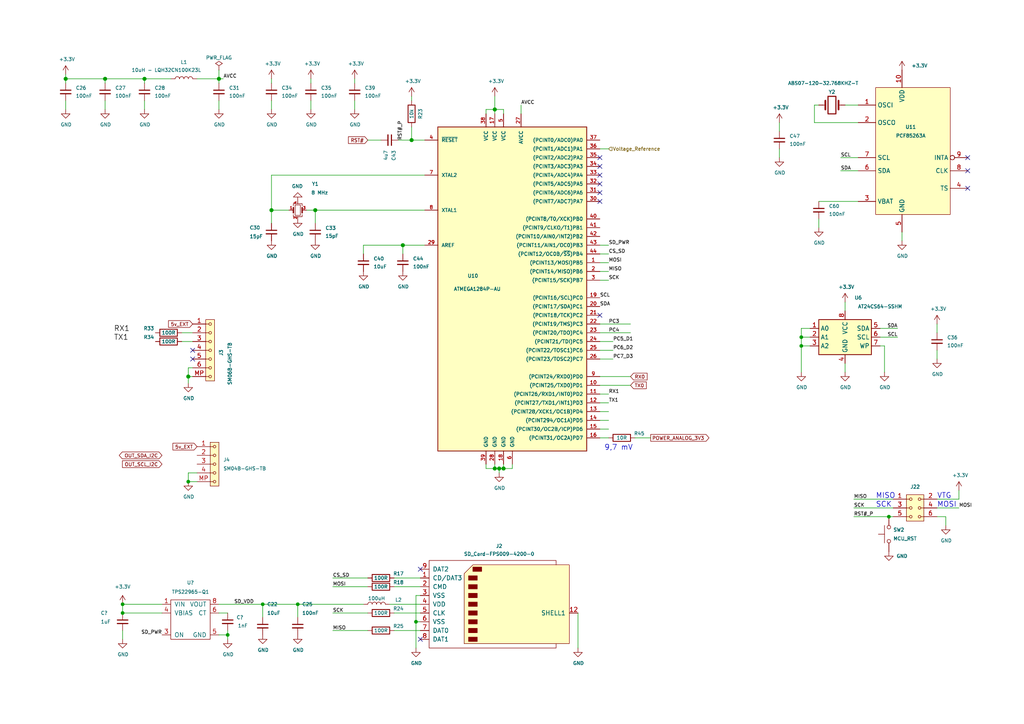
<source format=kicad_sch>
(kicad_sch (version 20230121) (generator eeschema)
  (paper "A4")
  (junction (at 144.78 135.89) (diameter 1.016))
  (junction (at 143.51 31.75) (diameter 1.016))
  (junction (at 86.36 175.26))
  (junction (at 76.2 175.26))
  (junction (at 116.84 71.12) (diameter 1.016))
  (junction (at 54.61 139.7))
  (junction (at 35.56 177.8))
  (junction (at 19.05 22.86) (diameter 1.016))
  (junction (at 91.44 60.96) (diameter 1.016))
  (junction (at 120.65 180.34))
  (junction (at 119.38 40.64) (diameter 1.016))
  (junction (at 257.81 149.86))
  (junction (at 66.04 184.15))
  (junction (at 78.74 60.96) (diameter 1.016))
  (junction (at 35.56 175.26))
  (junction (at 54.61 109.22) (diameter 1.016))
  (junction (at 63.5 22.86) (diameter 1.016))
  (junction (at 232.41 97.79))
  (junction (at 143.51 135.89) (diameter 1.016))
  (junction (at 146.05 135.89) (diameter 1.016))
  (junction (at 41.91 22.86) (diameter 1.016))
  (junction (at 30.48 22.86) (diameter 1.016))
  (junction (at 232.41 100.33))
  (no_connect (at 55.88 104.14))
  (no_connect (at 280.67 45.72))
  (no_connect (at 121.92 165.1))
  (no_connect (at 280.67 49.53))
  (no_connect (at 173.99 53.34))
  (no_connect (at 173.99 91.44))
  (no_connect (at 280.67 54.61))
  (no_connect (at 55.88 101.6))
  (no_connect (at 173.99 55.88))
  (no_connect (at 121.92 185.42))
  (no_connect (at 173.99 50.8))
  (no_connect (at 173.99 45.72))
  (no_connect (at 173.99 48.26))
  (no_connect (at 173.99 58.42))
  (wire (pts (xy 19.05 31.75) (xy 19.05 29.21)))
  (wire (pts (xy 66.04 184.15) (xy 66.04 185.42)))
  (wire (pts (xy 173.99 109.22) (xy 182.88 109.22)))
  (wire (pts (xy 114.3 177.8) (xy 121.92 177.8)))
  (wire (pts (xy 78.74 60.96) (xy 78.74 64.77)))
  (wire (pts (xy 78.74 60.96) (xy 83.82 60.96)))
  (wire (pts (xy 55.88 106.68) (xy 54.61 106.68)))
  (wire (pts (xy 63.5 175.26) (xy 76.2 175.26)))
  (wire (pts (xy 173.99 124.46) (xy 176.53 124.46)))
  (wire (pts (xy 78.74 31.75) (xy 78.74 29.21)))
  (wire (pts (xy 54.61 106.68) (xy 54.61 109.22)))
  (wire (pts (xy 119.38 40.64) (xy 123.19 40.64)))
  (wire (pts (xy 173.99 111.76) (xy 182.88 111.76)))
  (wire (pts (xy 119.38 36.83) (xy 119.38 40.64)))
  (wire (pts (xy 41.91 24.13) (xy 41.91 22.86)))
  (wire (pts (xy 140.97 33.02) (xy 140.97 31.75)))
  (wire (pts (xy 173.99 104.14) (xy 177.8 104.14)))
  (wire (pts (xy 232.41 100.33) (xy 232.41 107.95)))
  (wire (pts (xy 173.99 73.66) (xy 176.53 73.66)))
  (wire (pts (xy 76.2 175.26) (xy 86.36 175.26)))
  (wire (pts (xy 35.56 185.42) (xy 35.56 182.88)))
  (wire (pts (xy 63.5 22.86) (xy 63.5 24.13)))
  (wire (pts (xy 248.92 45.72) (xy 243.84 45.72)))
  (wire (pts (xy 19.05 24.13) (xy 19.05 22.86)))
  (wire (pts (xy 245.11 105.41) (xy 245.11 107.95)))
  (wire (pts (xy 106.68 40.64) (xy 110.49 40.64)))
  (wire (pts (xy 88.9 60.96) (xy 91.44 60.96)))
  (wire (pts (xy 90.17 22.86) (xy 90.17 24.13)))
  (wire (pts (xy 257.81 149.86) (xy 259.08 149.86)))
  (wire (pts (xy 247.65 144.78) (xy 259.08 144.78)))
  (wire (pts (xy 146.05 135.89) (xy 148.59 135.89)))
  (wire (pts (xy 234.95 97.79) (xy 232.41 97.79)))
  (wire (pts (xy 78.74 50.8) (xy 123.19 50.8)))
  (wire (pts (xy 243.84 49.53) (xy 248.92 49.53)))
  (wire (pts (xy 226.06 43.18) (xy 226.06 45.72)))
  (wire (pts (xy 121.92 167.64) (xy 114.3 167.64)))
  (wire (pts (xy 143.51 31.75) (xy 146.05 31.75)))
  (wire (pts (xy 278.13 144.78) (xy 278.13 142.24)))
  (wire (pts (xy 63.5 20.32) (xy 63.5 22.86)))
  (wire (pts (xy 54.61 137.16) (xy 54.61 139.7)))
  (wire (pts (xy 55.88 109.22) (xy 54.61 109.22)))
  (wire (pts (xy 261.62 69.85) (xy 261.62 67.31)))
  (wire (pts (xy 173.99 114.3) (xy 176.53 114.3)))
  (wire (pts (xy 90.17 31.75) (xy 90.17 29.21)))
  (wire (pts (xy 140.97 31.75) (xy 143.51 31.75)))
  (wire (pts (xy 255.27 100.33) (xy 256.54 100.33)))
  (wire (pts (xy 63.5 31.75) (xy 63.5 29.21)))
  (wire (pts (xy 173.99 81.28) (xy 176.53 81.28)))
  (wire (pts (xy 234.95 100.33) (xy 232.41 100.33)))
  (wire (pts (xy 116.84 71.12) (xy 123.19 71.12)))
  (wire (pts (xy 121.92 182.88) (xy 114.3 182.88)))
  (wire (pts (xy 173.99 127) (xy 176.53 127)))
  (wire (pts (xy 116.84 73.66) (xy 116.84 71.12)))
  (wire (pts (xy 237.49 63.5) (xy 237.49 66.04)))
  (wire (pts (xy 274.32 149.86) (xy 274.32 152.4)))
  (wire (pts (xy 176.53 116.84) (xy 173.99 116.84)))
  (wire (pts (xy 63.5 177.8) (xy 66.04 177.8)))
  (wire (pts (xy 148.59 135.89) (xy 148.59 134.62)))
  (wire (pts (xy 121.92 180.34) (xy 120.65 180.34)))
  (wire (pts (xy 237.49 30.48) (xy 236.22 30.48)))
  (wire (pts (xy 35.56 175.26) (xy 35.56 177.8)))
  (wire (pts (xy 236.22 30.48) (xy 236.22 35.56)))
  (wire (pts (xy 113.03 175.26) (xy 121.92 175.26)))
  (wire (pts (xy 54.61 137.16) (xy 57.15 137.16)))
  (wire (pts (xy 248.92 30.48) (xy 245.11 30.48)))
  (wire (pts (xy 255.27 95.25) (xy 260.35 95.25)))
  (wire (pts (xy 30.48 31.75) (xy 30.48 29.21)))
  (wire (pts (xy 102.87 22.86) (xy 102.87 24.13)))
  (wire (pts (xy 96.52 182.88) (xy 106.68 182.88)))
  (wire (pts (xy 76.2 179.07) (xy 76.2 175.26)))
  (wire (pts (xy 247.65 147.32) (xy 259.08 147.32)))
  (wire (pts (xy 120.65 172.72) (xy 120.65 180.34)))
  (wire (pts (xy 86.36 175.26) (xy 86.36 179.07)))
  (wire (pts (xy 167.64 177.8) (xy 167.64 187.96)))
  (wire (pts (xy 173.99 93.98) (xy 182.88 93.98)))
  (wire (pts (xy 232.41 95.25) (xy 234.95 95.25)))
  (wire (pts (xy 173.99 101.6) (xy 177.8 101.6)))
  (wire (pts (xy 143.51 134.62) (xy 143.51 135.89)))
  (wire (pts (xy 173.99 76.2) (xy 176.53 76.2)))
  (wire (pts (xy 52.705 96.52) (xy 55.88 96.52)))
  (wire (pts (xy 232.41 97.79) (xy 232.41 95.25)))
  (wire (pts (xy 115.57 40.64) (xy 119.38 40.64)))
  (wire (pts (xy 19.05 22.86) (xy 19.05 21.59)))
  (wire (pts (xy 96.52 170.18) (xy 106.68 170.18)))
  (wire (pts (xy 66.04 182.88) (xy 66.04 184.15)))
  (wire (pts (xy 96.52 167.64) (xy 106.68 167.64)))
  (wire (pts (xy 143.51 33.02) (xy 143.51 31.75)))
  (wire (pts (xy 256.54 100.33) (xy 256.54 107.95)))
  (wire (pts (xy 41.91 31.75) (xy 41.91 29.21)))
  (wire (pts (xy 140.97 135.89) (xy 143.51 135.89)))
  (wire (pts (xy 173.99 71.12) (xy 176.53 71.12)))
  (wire (pts (xy 271.78 93.98) (xy 271.78 96.52)))
  (wire (pts (xy 114.3 170.18) (xy 121.92 170.18)))
  (wire (pts (xy 247.65 149.86) (xy 257.81 149.86)))
  (wire (pts (xy 232.41 97.79) (xy 232.41 100.33)))
  (wire (pts (xy 78.74 22.86) (xy 78.74 24.13)))
  (wire (pts (xy 236.22 35.56) (xy 248.92 35.56)))
  (wire (pts (xy 64.77 22.86) (xy 63.5 22.86)))
  (wire (pts (xy 144.78 137.16) (xy 144.78 135.89)))
  (wire (pts (xy 184.15 127) (xy 188.722 127)))
  (wire (pts (xy 271.78 101.6) (xy 271.78 104.14)))
  (wire (pts (xy 176.53 119.38) (xy 173.99 119.38)))
  (wire (pts (xy 54.61 109.22) (xy 54.61 111.125)))
  (wire (pts (xy 143.51 31.75) (xy 143.51 27.94)))
  (wire (pts (xy 119.38 29.21) (xy 119.38 27.94)))
  (wire (pts (xy 96.52 177.8) (xy 106.68 177.8)))
  (wire (pts (xy 30.48 22.86) (xy 41.91 22.86)))
  (wire (pts (xy 146.05 31.75) (xy 146.05 33.02)))
  (wire (pts (xy 173.99 121.92) (xy 176.53 121.92)))
  (wire (pts (xy 105.41 71.12) (xy 105.41 73.66)))
  (wire (pts (xy 144.78 135.89) (xy 146.05 135.89)))
  (wire (pts (xy 52.705 99.06) (xy 55.88 99.06)))
  (wire (pts (xy 237.49 58.42) (xy 248.92 58.42)))
  (wire (pts (xy 78.74 50.8) (xy 78.74 60.96)))
  (wire (pts (xy 91.44 60.96) (xy 91.44 64.77)))
  (wire (pts (xy 255.27 97.79) (xy 260.35 97.79)))
  (wire (pts (xy 271.78 144.78) (xy 278.13 144.78)))
  (wire (pts (xy 271.78 149.86) (xy 274.32 149.86)))
  (wire (pts (xy 143.51 135.89) (xy 144.78 135.89)))
  (wire (pts (xy 91.44 60.96) (xy 123.19 60.96)))
  (wire (pts (xy 35.56 175.26) (xy 46.99 175.26)))
  (wire (pts (xy 173.99 78.74) (xy 176.53 78.74)))
  (wire (pts (xy 173.99 96.52) (xy 182.88 96.52)))
  (wire (pts (xy 146.05 134.62) (xy 146.05 135.89)))
  (wire (pts (xy 271.78 147.32) (xy 278.13 147.32)))
  (wire (pts (xy 105.41 71.12) (xy 116.84 71.12)))
  (wire (pts (xy 120.65 180.34) (xy 120.65 187.96)))
  (wire (pts (xy 57.15 22.86) (xy 63.5 22.86)))
  (wire (pts (xy 140.97 134.62) (xy 140.97 135.89)))
  (wire (pts (xy 173.99 43.18) (xy 176.53 43.18)))
  (wire (pts (xy 35.56 177.8) (xy 46.99 177.8)))
  (wire (pts (xy 121.92 172.72) (xy 120.65 172.72)))
  (wire (pts (xy 173.99 99.06) (xy 177.8 99.06)))
  (wire (pts (xy 41.91 22.86) (xy 49.53 22.86)))
  (wire (pts (xy 151.13 33.02) (xy 151.13 30.48)))
  (wire (pts (xy 30.48 24.13) (xy 30.48 22.86)))
  (wire (pts (xy 19.05 22.86) (xy 30.48 22.86)))
  (wire (pts (xy 245.11 87.63) (xy 245.11 90.17)))
  (wire (pts (xy 54.61 139.7) (xy 57.15 139.7)))
  (wire (pts (xy 63.5 184.15) (xy 66.04 184.15)))
  (wire (pts (xy 102.87 31.75) (xy 102.87 29.21)))
  (wire (pts (xy 86.36 175.26) (xy 105.41 175.26)))
  (wire (pts (xy 226.06 35.56) (xy 226.06 38.1)))
  (text "MISO" (at 254 144.78 0) (effects (font (size 1.524 1.524)) (justify left bottom)))
  (text "9,7 mV" (at 175.26 130.81 0) (effects (font (size 1.524 1.524)) (justify left bottom)))
  (text "VTG" (at 271.78 144.78 0) (effects (font (size 1.524 1.524)) (justify left bottom)))
  (text "MOSI" (at 271.78 147.32 0) (effects (font (size 1.524 1.524)) (justify left bottom)))
  (text "SCK" (at 254 147.32 0) (effects (font (size 1.524 1.524)) (justify left bottom)))
  (label "SDA" (at 243.84 49.53 0) (effects (font (size 1 1))))
  (label "SCL" (at 173.99 86.36 0) (effects (font (size 1 1))))
  (label "PC5_D1" (at 177.8 99.06 0) (effects (font (size 1 1))))
  (label "MISO" (at 247.65 144.78 0) (effects (font (size 1 1))))
  (label "SCK" (at 96.52 177.8 0) (effects (font (size 1 1))))
  (label "MOSI" (at 278.13 147.32 0) (effects (font (size 1 1))))
  (label "CS_SD" (at 176.53 73.66 0) (effects (font (size 1 1))))
  (label "PC6_D2" (at 177.8 101.6 0) (effects (font (size 1 1))))
  (label "SD_VDD" (at 73.66 175.26 180) (effects (font (size 1 1))))
  (label "AVCC" (at 64.77 22.86 0) (effects (font (size 1 1))))
  (label "SD_PWR" (at 46.99 184.15 180) (effects (font (size 1 1))))
  (label "RST#_P" (at 247.65 149.86 0) (effects (font (size 1 1))))
  (label "AVCC" (at 151.13 30.48 0) (effects (font (size 1 1))))
  (label "CS_SD" (at 96.52 167.64 0) (effects (font (size 1 1))))
  (label "MISO" (at 176.53 78.74 0) (effects (font (size 1 1))))
  (label "MOSI" (at 96.52 170.18 0) (effects (font (size 1 1))))
  (label "SCK" (at 247.65 147.32 0) (effects (font (size 1 1))))
  (label "PC4" (at 176.53 96.52 0) (effects (font (size 1 1))))
  (label "SDA" (at 173.99 88.9 0) (effects (font (size 1 1))))
  (label "MISO" (at 96.52 182.88 0) (effects (font (size 1 1))))
  (label "MOSI" (at 176.53 76.2 0) (effects (font (size 1 1))))
  (label "SCL" (at 243.84 45.72 0) (effects (font (size 1 1))))
  (label "PC7_D3" (at 177.8 104.14 0) (effects (font (size 1 1))))
  (label "SCL" (at 260.35 97.79 180) (effects (font (size 1 1))))
  (label "TX1" (at 176.53 116.84 0) (effects (font (size 1 1))))
  (label "RX1" (at 33.02 96.52 0) (effects (font (size 1.524 1.524))))
  (label "SDA" (at 260.35 95.25 180) (effects (font (size 1 1))))
  (label "PC3" (at 176.53 93.98 0) (effects (font (size 1 1))))
  (label "RST#_P" (at 116.84 40.64 90) (effects (font (size 1 1))))
  (label "RX1" (at 176.53 114.3 0) (effects (font (size 1 1))))
  (label "TX1" (at 33.02 99.06 0) (effects (font (size 1.524 1.524))))
  (label "SD_PWR" (at 176.53 71.12 0) (effects (font (size 1 1))))
  (label "SCK" (at 176.53 81.28 0) (effects (font (size 1 1))))
  (global_label "5v_EXT" (shape input) (at 55.88 93.98 180) (effects (font (size 1 1))) (property "Intersheetrefs" "${INTERSHEET_REFS}" (effects hide)))
  (global_label "POWER_ANALOG_3V3" (shape output) (at 188.722 127 0) (effects (font (size 1 1))) (property "Intersheetrefs" "${INTERSHEET_REFS}" (effects hide)))
  (global_label "RX0" (shape input) (at 182.88 109.22 0) (effects (font (size 1 1))) (property "Intersheetrefs" "${INTERSHEET_REFS}" (effects hide)))
  (global_label "TX0" (shape input) (at 182.88 111.76 0) (effects (font (size 1 1))) (property "Intersheetrefs" "${INTERSHEET_REFS}" (effects hide)))
  (global_label "RST#" (shape input) (at 106.68 40.64 180) (effects (font (size 1 1))) (property "Intersheetrefs" "${INTERSHEET_REFS}" (effects hide)))
  (global_label "5v_EXT" (shape input) (at 57.15 129.54 180) (effects (font (size 1 1))) (property "Intersheetrefs" "${INTERSHEET_REFS}" (effects hide)))
  (global_label "OUT_SDA_I2C" (shape bidirectional) (at 46.99 132.08 180) (effects (font (size 1 1))) (property "Intersheetrefs" "${INTERSHEET_REFS}" (effects hide)))
  (global_label "OUT_SCL_I2C" (shape input) (at 46.99 134.62 180) (effects (font (size 1 1))) (property "Intersheetrefs" "${INTERSHEET_REFS}" (effects hide)))
  (hierarchical_label "Voltage_Reference" (shape input) (at 176.53 43.18 0) (effects (font (size 1 1))))
  (symbol (lib_id "Device:C_Small") (at 66.04 180.34 0) (unit 1)
    (property "Reference" "C?" (at 68.58 179.07 0) (effects (font (size 1 1)) (justify left)))
    (property "Value" "1nF" (at 68.961 181.483 0) (effects (font (size 1 1)) (justify left)))
    (property "Footprint" "Capacitor_SMD:C_0805_2012Metric" (effects hide))
    (property "UST_ID" "5c70984712875079b91f8b45" (effects hide))
    (instances (project "Peripherals" (path "" (reference "C?") (unit 1))) (project "LION5CELL01" (path "" (reference "C27") (unit 1)) (path "" (reference "C32") (unit 1))) (project "DATALOGGER02" (path "" (reference "C?") (unit 1))))
  )
  (symbol (lib_id "Device:C_Small") (at 30.48 26.67 0) (unit 1)
    (property "Reference" "C27" (at 33.401 25.5016 0) (effects (font (size 1 1)) (justify left)))
    (property "Value" "100nF" (at 33.401 27.813 0) (effects (font (size 1 1)) (justify left)))
    (property "Footprint" "Capacitor_SMD:C_0805_2012Metric" (effects hide))
    (instances (project "USTSIPIN02A" (path "" (reference "C27") (unit 1))) (project "cpu" (path "" (reference "C27") (unit 1))) (project "LION5CELL01" (path "" (reference "C28") (unit 1))))
  )
  (symbol (lib_id "power:GND") (at 226.06 45.72 0) (unit 1)
    (property "Reference" "#PWR0134" (effects hide))
    (property "Value" "GND" (at 226.187 50.1142 0) (effects (font (size 1 1))))
    (instances (project "USTSIPIN02A" (path "" (reference "#PWR0134") (unit 1))) (project "cpu" (path "" (reference "#PWR0134") (unit 1))) (project "LION5CELL01" (path "" (reference "#PWR0102") (unit 1))))
  )
  (symbol (lib_id "Device:C_Small") (at 91.44 67.31 0) (unit 1)
    (property "Reference" "C33" (at 94.361 66.1416 0) (effects (font (size 1 1)) (justify left)))
    (property "Value" "15pF" (at 94.361 68.453 0) (effects (font (size 1 1)) (justify left)))
    (property "Footprint" "Capacitor_SMD:C_0805_2012Metric" (effects hide))
    (instances (project "USTSIPIN02A" (path "" (reference "C33") (unit 1))) (project "cpu" (path "" (reference "C33") (unit 1))) (project "LION5CELL01" (path "" (reference "C38") (unit 1))))
  )
  (symbol (lib_id "Device:C_Small") (at 86.36 181.61 0) (unit 1)
    (property "Reference" "C25" (at 87.63 175.26 0) (effects (font (size 1 1)) (justify left)))
    (property "Value" "100nF" (at 87.63 177.8 0) (effects (font (size 1 1)) (justify left)))
    (property "Footprint" "Capacitor_SMD:C_0805_2012Metric" (effects hide))
    (property "UST_ID" "5c70984812875079b91f8bf2" (effects hide))
    (instances (project "USTSIPIN02A" (path "" (reference "C25") (unit 1))) (project "cpu" (path "" (reference "C25") (unit 1))) (project "LION5CELL01" (path "" (reference "C36") (unit 1))))
  )
  (symbol (lib_id "power:GND") (at 76.2 184.15 0) (unit 1)
    (property "Reference" "#PWR026" (effects hide))
    (property "Value" "GND" (at 76.327 188.5442 0) (effects (font (size 1 1))))
    (instances (project "USTSIPIN02A" (path "" (reference "#PWR026") (unit 1))) (project "cpu" (path "" (reference "#PWR026") (unit 1))) (project "LION5CELL01" (path "" (reference "#PWR082") (unit 1))))
  )
  (symbol (lib_id "power:GND") (at 86.36 63.5 0) (unit 1)
    (property "Reference" "#PWR0126" (effects hide))
    (property "Value" "GND" (at 86.487 67.8942 0) (effects (font (size 1 1))))
    (instances (project "USTSIPIN02A" (path "" (reference "#PWR0126") (unit 1))) (project "cpu" (path "" (reference "#PWR0126") (unit 1))) (project "LION5CELL01" (path "" (reference "#PWR087") (unit 1))))
  )
  (symbol (lib_id "power:GND") (at 120.65 187.96 0) (unit 1)
    (property "Reference" "#PWR010" (effects hide))
    (property "Value" "GND" (at 120.777 192.3542 0) (effects (font (size 1 1))))
    (instances (project "USTSIPIN02A" (path "" (reference "#PWR010") (unit 1))) (project "cpu" (path "" (reference "#PWR010") (unit 1))) (project "LION5CELL01" (path "" (reference "#PWR097") (unit 1))))
  )
  (symbol (lib_id "power:+3.3V") (at 102.87 22.86 0) (unit 1)
    (property "Reference" "#PWR0131" (effects hide))
    (property "Value" "+3.3V" (at 103.251 18.4658 0) (effects (font (size 1 1))))
    (instances (project "USTSIPIN02A" (path "" (reference "#PWR0131") (unit 1))) (project "cpu" (path "" (reference "#PWR0131") (unit 1))) (project "LION5CELL01" (path "" (reference "#PWR092") (unit 1))))
  )
  (symbol (lib_id "power:GND") (at 35.56 185.42 0) (unit 1)
    (property "Reference" "#PWR?" (effects hide))
    (property "Value" "GND" (at 35.687 189.8142 0) (effects (font (size 1 1))))
    (instances (project "Peripherals" (path "" (reference "#PWR?") (unit 1))) (project "LION5CELL01" (path "" (reference "#PWR059") (unit 1)) (path "" (reference "#PWR076") (unit 1))) (project "DATALOGGER02" (path "" (reference "#PWR?") (unit 1))))
  )
  (symbol (lib_id "Device:C_Small") (at 19.05 26.67 0) (unit 1)
    (property "Reference" "C26" (at 21.971 25.5016 0) (effects (font (size 1 1)) (justify left)))
    (property "Value" "100nF" (at 21.971 27.813 0) (effects (font (size 1 1)) (justify left)))
    (property "Footprint" "Capacitor_SMD:C_0805_2012Metric" (effects hide))
    (instances (project "USTSIPIN02A" (path "" (reference "C26") (unit 1))) (project "cpu" (path "" (reference "C26") (unit 1))) (project "LION5CELL01" (path "" (reference "C27") (unit 1))))
  )
  (symbol (lib_id "power:GND") (at 237.49 66.04 0) (unit 1)
    (property "Reference" "#PWR034" (effects hide))
    (property "Value" "GND" (at 237.617 70.4342 0) (effects (font (size 1 1))))
    (instances (project "USTSIPIN02A" (path "" (reference "#PWR034") (unit 1))) (project "cpu" (path "" (reference "#PWR034") (unit 1))) (project "LION5CELL01" (path "" (reference "#PWR0104") (unit 1))))
  )
  (symbol (lib_id "MLAB_CONNECTORS_JST:SM04B-GHS-TB") (at 62.23 134.62 0) (unit 1)
    (property "Reference" "J4" (at 64.77 133.35 0) (effects (font (size 1 1)) (justify left)))
    (property "Value" "SM04B-GHS-TB" (at 64.77 135.89 0) (effects (font (size 1 1)) (justify left)))
    (property "Footprint" "Connector_JST:JST_GH_SM04B-GHS-TB_1x04-1MP_P1.25mm_Horizontal" (effects hide))
  )
  (symbol (lib_id "MLAB_HEADER:HEADER_2x03") (at 265.43 147.32 0) (unit 1)
    (property "Reference" "J22" (at 265.43 141.1986 0) (effects (font (size 1 1))))
    (property "Value" "HEADER_2x03" (effects hide))
    (property "Footprint" "Mlab_Pin_Headers:SMD_2x03" (effects hide))
    (instances (project "USTSIPIN02A" (path "" (reference "J22") (unit 1))) (project "cpu" (path "" (reference "J22") (unit 1))) (project "LION5CELL01" (path "" (reference "J6") (unit 1))))
  )
  (symbol (lib_id "Switch:SW_Push") (at 257.81 154.94 90) (unit 1)
    (property "Reference" "SW2" (at 259.08 153.67 90) (effects (font (size 1 1)) (justify right)))
    (property "Value" "MCU_RST" (at 259.08 156.21 90) (effects (font (size 1 1)) (justify right)))
  )
  (symbol (lib_id "Device:C_Small") (at 78.74 67.31 0) (unit 1)
    (property "Reference" "C30" (at 72.39 66.04 0) (effects (font (size 1 1)) (justify left)))
    (property "Value" "15pF" (at 72.39 68.58 0) (effects (font (size 1 1)) (justify left)))
    (property "Footprint" "Capacitor_SMD:C_0805_2012Metric" (effects hide))
    (instances (project "USTSIPIN02A" (path "" (reference "C30") (unit 1))) (project "cpu" (path "" (reference "C30") (unit 1))) (project "LION5CELL01" (path "" (reference "C35") (unit 1))))
  )
  (symbol (lib_id "power:+3.3V") (at 271.78 93.98 0) (unit 1)
    (property "Reference" "#PWR032" (effects hide))
    (property "Value" "+3.3V" (at 272.161 89.5858 0) (effects (font (size 1 1))))
    (instances (project "USTSIPIN02A" (path "" (reference "#PWR032") (unit 1))) (project "cpu" (path "" (reference "#PWR032") (unit 1))) (project "LION5CELL01" (path "" (reference "#PWR0111") (unit 1))))
  )
  (symbol (lib_id "power:+3.3V") (at 143.51 27.94 0) (unit 1)
    (property "Reference" "#PWR0135" (effects hide))
    (property "Value" "+3.3V" (at 143.891 23.5458 0) (effects (font (size 1 1))))
    (instances (project "USTSIPIN02A" (path "" (reference "#PWR0135") (unit 1))) (project "cpu" (path "" (reference "#PWR0135") (unit 1))) (project "LION5CELL01" (path "" (reference "#PWR098") (unit 1))))
  )
  (symbol (lib_id "SPACEDOS01A_PCB01A-rescue:L-device-DATALOGGER01A-rescue-CCP2019V01A-rescue") (at 53.34 22.86 90) (unit 1)
    (property "Reference" "L1" (at 53.34 18.034 90) (effects (font (size 1 1))))
    (property "Value" "10uH - LQH32CN100K23L" (at 48.26 20.32 90) (effects (font (size 1 1))))
    (property "Footprint" "Inductor_SMD:L_1210_3225Metric_Pad1.42x2.65mm_HandSolder" (effects hide))
    (property "UST_ID" "5c70984412875079b91f87ff" (effects hide))
    (instances (project "USTSIPIN02A" (path "" (reference "L1") (unit 1))) (project "cpu" (path "" (reference "L1") (unit 1))) (project "LION5CELL01" (path "" (reference "L2") (unit 1))))
  )
  (symbol (lib_id "Device:Crystal_GND24_Small") (at 86.36 60.96 0) (unit 1)
    (property "Reference" "Y1" (at 91.44 53.34 0) (effects (font (size 1 1))))
    (property "Value" "8 MHz" (at 92.71 55.88 0) (effects (font (size 1 1))))
    (property "Footprint" "Crystal:Crystal_SMD_3225-4Pin_3.2x2.5mm" (effects hide))
  )
  (symbol (lib_id "SPACEDOS02A_PCB01A-rescue:R-device-DATALOGGER01A-rescue-CCP2019V01A-rescue-SPACEDOS01A_PCB01A-rescue-SPACEDOS01B_PCB01A-rescue") (at 110.49 167.64 90) (unit 1)
    (property "Reference" "R17" (at 115.57 166.37 90) (effects (font (size 1 1))))
    (property "Value" "100R" (at 110.49 167.64 90) (effects (font (size 1 1))))
    (property "Footprint" "Resistor_SMD:R_0805_2012Metric" (effects hide))
    (property "UST_ID" "5c70984512875079b91f8956" (effects hide))
    (instances (project "USTSIPIN02A" (path "" (reference "R17") (unit 1))) (project "cpu" (path "" (reference "R17") (unit 1))) (project "LION5CELL01" (path "" (reference "R58") (unit 1))))
  )
  (symbol (lib_id "power:GND") (at 232.41 107.95 0) (unit 1)
    (property "Reference" "#PWR028" (effects hide))
    (property "Value" "GND" (at 232.537 112.3442 0) (effects (font (size 1 1))))
    (instances (project "USTSIPIN02A" (path "" (reference "#PWR028") (unit 1))) (project "cpu" (path "" (reference "#PWR028") (unit 1))) (project "LION5CELL01" (path "" (reference "#PWR0103") (unit 1))))
  )
  (symbol (lib_id "power:GND") (at 261.62 69.85 0) (unit 1)
    (property "Reference" "#PWR0133" (effects hide))
    (property "Value" "GND" (at 261.747 74.2442 0) (effects (font (size 1 1))))
    (instances (project "USTSIPIN02A" (path "" (reference "#PWR0133") (unit 1))) (project "cpu" (path "" (reference "#PWR0133") (unit 1))) (project "LION5CELL01" (path "" (reference "#PWR0110") (unit 1))))
  )
  (symbol (lib_id "power:GND") (at 86.36 58.42 180) (unit 1)
    (property "Reference" "#PWR0126" (effects hide))
    (property "Value" "GND" (at 86.233 54.0258 0) (effects (font (size 1 1))))
    (instances (project "USTSIPIN02A" (path "" (reference "#PWR0126") (unit 1))) (project "cpu" (path "" (reference "#PWR0126") (unit 1))) (project "LION5CELL01" (path "" (reference "#PWR086") (unit 1))))
  )
  (symbol (lib_id "SPACEDOS02A_PCB01A-rescue:R-device-DATALOGGER01A-rescue-CCP2019V01A-rescue-SPACEDOS01A_PCB01A-rescue-SPACEDOS01B_PCB01A-rescue") (at 48.895 99.06 90) (unit 1)
    (property "Reference" "R34" (at 43.18 97.79 90) (effects (font (size 1 1))))
    (property "Value" "100R" (at 48.895 99.06 90) (effects (font (size 1 1))))
    (property "Footprint" "Resistor_SMD:R_0603_1608Metric" (effects hide))
    (property "UST_ID" "5c70984512875079b91f8956" (effects hide))
    (instances (project "USTSIPIN02A" (path "" (reference "R34") (unit 1))) (project "cpu" (path "" (reference "R34") (unit 1))) (project "LION5CELL01" (path "" (reference "R57") (unit 1))))
  )
  (symbol (lib_id "power:GND") (at 54.61 139.7 0) (unit 1)
    (property "Reference" "#PWR014" (effects hide))
    (property "Value" "GND" (at 54.737 144.0942 0) (effects (font (size 1 1))))
    (instances (project "USTSIPIN02A" (path "" (reference "#PWR014") (unit 1))) (project "cpu" (path "" (reference "#PWR014") (unit 1))) (project "LION5CELL01" (path "" (reference "#PWR079") (unit 1))))
  )
  (symbol (lib_id "Device:C_Small") (at 237.49 60.96 0) (unit 1)
    (property "Reference" "C60" (at 240.411 59.7916 0) (effects (font (size 1 1)) (justify left)))
    (property "Value" "100nF" (at 240.411 62.103 0) (effects (font (size 1 1)) (justify left)))
    (property "Footprint" "Capacitor_SMD:C_0805_2012Metric" (effects hide))
    (instances (project "USTSIPIN02A" (path "" (reference "C60") (unit 1))) (project "cpu" (path "" (reference "C60") (unit 1))) (project "LION5CELL01" (path "" (reference "C44") (unit 1))))
  )
  (symbol (lib_id "power:GND") (at 167.64 187.96 0) (unit 1)
    (property "Reference" "#PWR015" (effects hide))
    (property "Value" "GND" (at 167.767 192.3542 0) (effects (font (size 1 1))))
    (instances (project "USTSIPIN02A" (path "" (reference "#PWR015") (unit 1))) (project "cpu" (path "" (reference "#PWR015") (unit 1))) (project "LION5CELL01" (path "" (reference "#PWR0100") (unit 1))))
  )
  (symbol (lib_id "power:GND") (at 91.44 69.85 0) (unit 1)
    (property "Reference" "#PWR0126" (effects hide))
    (property "Value" "GND" (at 91.567 74.2442 0) (effects (font (size 1 1))))
    (instances (project "USTSIPIN02A" (path "" (reference "#PWR0126") (unit 1))) (project "cpu" (path "" (reference "#PWR0126") (unit 1))) (project "LION5CELL01" (path "" (reference "#PWR091") (unit 1))))
  )
  (symbol (lib_id "SPACEDOS02A_PCB01A-rescue:R-device-DATALOGGER01A-rescue-CCP2019V01A-rescue-SPACEDOS01A_PCB01A-rescue-SPACEDOS01B_PCB01A-rescue") (at 180.34 127 90) (unit 1)
    (property "Reference" "R45" (at 185.42 125.73 90) (effects (font (size 1 1))))
    (property "Value" "10R" (at 180.34 127 90) (effects (font (size 1 1))))
    (property "Footprint" "Resistor_SMD:R_0805_2012Metric" (effects hide))
    (property "UST_ID" "5c70984512875079b91f894f" (effects hide))
    (instances (project "USTSIPIN02A" (path "" (reference "R45") (unit 1))) (project "cpu" (path "" (reference "R45") (unit 1))) (project "LION5CELL01" (path "" (reference "R63") (unit 1))))
  )
  (symbol (lib_id "Device:L") (at 109.22 175.26 90) (unit 1)
    (property "Reference" "L2" (at 115.57 173.99 90) (effects (font (size 1 1))))
    (property "Value" "100uH" (at 109.22 173.5605 90) (effects (font (size 1 1))))
    (property "Footprint" "Inductor_SMD:L_0805_2012Metric_Pad1.15x1.40mm_HandSolder" (effects hide))
    (property "UST_ID" "626fd6fcdc56076e9a222966" (effects hide))
    (instances (project "USTSIPIN02A" (path "" (reference "L2") (unit 1))) (project "cpu" (path "" (reference "L2") (unit 1))) (project "LION5CELL01" (path "" (reference "L3") (unit 1))))
  )
  (symbol (lib_id "power:+3.3V") (at 278.13 142.24 0) (unit 1)
    (property "Reference" "#PWR0145" (effects hide))
    (property "Value" "+3.3V" (at 278.511 137.8458 0) (effects (font (size 1 1))))
    (instances (project "USTSIPIN02A" (path "" (reference "#PWR0145") (unit 1))) (project "cpu" (path "" (reference "#PWR0145") (unit 1))) (project "LION5CELL01" (path "" (reference "#PWR0114") (unit 1))))
  )
  (symbol (lib_id "power:GND") (at 66.04 185.42 0) (unit 1)
    (property "Reference" "#PWR?" (effects hide))
    (property "Value" "GND" (at 66.167 189.8142 0) (effects (font (size 1 1))))
    (instances (project "Peripherals" (path "" (reference "#PWR?") (unit 1))) (project "LION5CELL01" (path "" (reference "#PWR067") (unit 1)) (path "" (reference "#PWR081") (unit 1))) (project "DATALOGGER02" (path "" (reference "#PWR?") (unit 1))))
  )
  (symbol (lib_id "power:+3.3V") (at 119.38 27.94 0) (unit 1)
    (property "Reference" "#PWR0132" (effects hide))
    (property "Value" "+3.3V" (at 119.761 23.5458 0) (effects (font (size 1 1))))
    (instances (project "USTSIPIN02A" (path "" (reference "#PWR0132") (unit 1))) (project "cpu" (path "" (reference "#PWR0132") (unit 1))) (project "LION5CELL01" (path "" (reference "#PWR096") (unit 1))))
  )
  (symbol (lib_id "SPACEDOS02A_PCB01A-rescue:R-device-DATALOGGER01A-rescue-CCP2019V01A-rescue-SPACEDOS01A_PCB01A-rescue-SPACEDOS01B_PCB01A-rescue") (at 110.49 182.88 90) (unit 1)
    (property "Reference" "R25" (at 115.57 181.61 90) (effects (font (size 1 1))))
    (property "Value" "100R" (at 110.49 182.88 90) (effects (font (size 1 1))))
    (property "Footprint" "Resistor_SMD:R_0805_2012Metric" (effects hide))
    (property "UST_ID" "5c70984512875079b91f8956" (effects hide))
    (instances (project "USTSIPIN02A" (path "" (reference "R25") (unit 1))) (project "cpu" (path "" (reference "R25") (unit 1))) (project "LION5CELL01" (path "" (reference "R61") (unit 1))))
  )
  (symbol (lib_id "power:+3.3V") (at 19.05 21.59 0) (unit 1)
    (property "Reference" "#PWR0118" (effects hide))
    (property "Value" "+3.3V" (at 19.431 17.1958 0) (effects (font (size 1 1))))
    (instances (project "USTSIPIN02A" (path "" (reference "#PWR0118") (unit 1))) (project "cpu" (path "" (reference "#PWR0118") (unit 1))) (project "LION5CELL01" (path "" (reference "#PWR072") (unit 1))))
  )
  (symbol (lib_id "power:GND") (at 41.91 31.75 0) (unit 1)
    (property "Reference" "#PWR0123" (effects hide))
    (property "Value" "GND" (at 42.037 36.1442 0) (effects (font (size 1 1))))
    (instances (project "USTSIPIN02A" (path "" (reference "#PWR0123") (unit 1))) (project "cpu" (path "" (reference "#PWR0123") (unit 1))) (project "LION5CELL01" (path "" (reference "#PWR077") (unit 1))))
  )
  (symbol (lib_id "SPACEDOS01A_PCB01A-rescue:ATMEGA1284P-AU-atmel-DATALOGGER01A-rescue-CCP2019V01A-rescue") (at 148.59 83.82 0) (unit 1)
    (property "Reference" "U10" (at 137.16 80.01 0) (effects (font (size 1 1))))
    (property "Value" "ATMEGA1284P-AU" (at 138.43 83.82 0) (effects (font (size 1 1))))
    (property "Footprint" "Package_QFP:TQFP-44_10x10mm_P0.8mm" (effects hide))
    (property "Datasheet" "http://www.atmel.com/Images/Atmel-8272-8-bit-AVR-microcontroller-ATmega164A_PA-324A_PA-644A_PA-1284_P_datasheet.pdf" (effects hide))
    (property "UST_ID" "5c70984412875079b91f888e" (effects hide))
    (instances (project "USTSIPIN02A" (path "" (reference "U10") (unit 1))) (project "cpu" (path "" (reference "U10") (unit 1))) (project "LION5CELL01" (path "" (reference "U12") (unit 1))))
  )
  (symbol (lib_id "SPACEDOS02A_PCB01A-rescue:R-device-DATALOGGER01A-rescue-CCP2019V01A-rescue-SPACEDOS01A_PCB01A-rescue-SPACEDOS01B_PCB01A-rescue") (at 48.895 96.52 90) (unit 1)
    (property "Reference" "R33" (at 43.18 95.25 90) (effects (font (size 1 1))))
    (property "Value" "100R" (at 48.895 96.52 90) (effects (font (size 1 1))))
    (property "Footprint" "Resistor_SMD:R_0603_1608Metric" (effects hide))
    (property "UST_ID" "5c70984512875079b91f8956" (effects hide))
    (instances (project "USTSIPIN02A" (path "" (reference "R33") (unit 1))) (project "cpu" (path "" (reference "R33") (unit 1))) (project "LION5CELL01" (path "" (reference "R56") (unit 1))))
  )
  (symbol (lib_id "SPACEDOS02A_PCB01A-rescue:R-device-DATALOGGER01A-rescue-CCP2019V01A-rescue-SPACEDOS01A_PCB01A-rescue-SPACEDOS01B_PCB01A-rescue") (at 110.49 170.18 90) (unit 1)
    (property "Reference" "R18" (at 115.57 168.91 90) (effects (font (size 1 1))))
    (property "Value" "100R" (at 110.49 170.18 90) (effects (font (size 1 1))))
    (property "Footprint" "Resistor_SMD:R_0805_2012Metric" (effects hide))
    (property "UST_ID" "5c70984512875079b91f8956" (effects hide))
    (instances (project "USTSIPIN02A" (path "" (reference "R18") (unit 1))) (project "cpu" (path "" (reference "R18") (unit 1))) (project "LION5CELL01" (path "" (reference "R59") (unit 1))))
  )
  (symbol (lib_id "power:GND") (at 63.5 31.75 0) (unit 1)
    (property "Reference" "#PWR0124" (effects hide))
    (property "Value" "GND" (at 63.627 36.1442 0) (effects (font (size 1 1))))
    (instances (project "USTSIPIN02A" (path "" (reference "#PWR0124") (unit 1))) (project "cpu" (path "" (reference "#PWR0124") (unit 1))) (project "LION5CELL01" (path "" (reference "#PWR080") (unit 1))))
  )
  (symbol (lib_id "power:GND") (at 271.78 104.14 0) (unit 1)
    (property "Reference" "#PWR033" (effects hide))
    (property "Value" "GND" (at 271.907 108.5342 0) (effects (font (size 1 1))))
    (instances (project "USTSIPIN02A" (path "" (reference "#PWR033") (unit 1))) (project "cpu" (path "" (reference "#PWR033") (unit 1))) (project "LION5CELL01" (path "" (reference "#PWR0112") (unit 1))))
  )
  (symbol (lib_id "power:GND") (at 78.74 69.85 0) (unit 1)
    (property "Reference" "#PWR0127" (effects hide))
    (property "Value" "GND" (at 78.867 74.2442 0) (effects (font (size 1 1))))
    (instances (project "USTSIPIN02A" (path "" (reference "#PWR0127") (unit 1))) (project "cpu" (path "" (reference "#PWR0127") (unit 1))) (project "LION5CELL01" (path "" (reference "#PWR085") (unit 1))))
  )
  (symbol (lib_id "SPACEDOS02A_PCB01A-rescue:R-device-DATALOGGER01A-rescue-CCP2019V01A-rescue-SPACEDOS01A_PCB01A-rescue-SPACEDOS01B_PCB01A-rescue") (at 110.49 177.8 90) (unit 1)
    (property "Reference" "R24" (at 115.57 176.53 90) (effects (font (size 1 1))))
    (property "Value" "100R" (at 110.49 177.8 90) (effects (font (size 1 1))))
    (property "Footprint" "Resistor_SMD:R_0805_2012Metric" (effects hide))
    (property "UST_ID" "5c70984512875079b91f8956" (effects hide))
    (instances (project "USTSIPIN02A" (path "" (reference "R24") (unit 1))) (project "cpu" (path "" (reference "R24") (unit 1))) (project "LION5CELL01" (path "" (reference "R60") (unit 1))))
  )
  (symbol (lib_id "Device:C_Small") (at 226.06 40.64 0) (unit 1)
    (property "Reference" "C47" (at 228.981 39.4716 0) (effects (font (size 1 1)) (justify left)))
    (property "Value" "100nF" (at 228.981 41.783 0) (effects (font (size 1 1)) (justify left)))
    (property "Footprint" "Capacitor_SMD:C_0805_2012Metric" (effects hide))
    (instances (project "USTSIPIN02A" (path "" (reference "C47") (unit 1))) (project "cpu" (path "" (reference "C47") (unit 1))) (project "LION5CELL01" (path "" (reference "C43") (unit 1))))
  )
  (symbol (lib_id "power:+3.3V") (at 90.17 22.86 0) (unit 1)
    (property "Reference" "#PWR0130" (effects hide))
    (property "Value" "+3.3V" (at 90.551 18.4658 0) (effects (font (size 1 1))))
    (instances (project "USTSIPIN02A" (path "" (reference "#PWR0130") (unit 1))) (project "cpu" (path "" (reference "#PWR0130") (unit 1))) (project "LION5CELL01" (path "" (reference "#PWR089") (unit 1))))
  )
  (symbol (lib_id "power:+3.3V") (at 35.56 175.26 0) (unit 1)
    (property "Reference" "#PWR?" (effects hide))
    (property "Value" "+3.3V" (at 35.56 170.18 0) (effects (font (size 1 1))))
    (instances (project "Peripherals" (path "" (reference "#PWR?") (unit 1))) (project "LION5CELL01" (path "" (reference "#PWR058") (unit 1)) (path "" (reference "#PWR075") (unit 1))) (project "DATALOGGER02" (path "" (reference "#PWR?") (unit 1))))
  )
  (symbol (lib_id "Device:C_Small") (at 76.2 181.61 0) (unit 1)
    (property "Reference" "C22" (at 77.47 175.26 0) (effects (font (size 1 1)) (justify left)))
    (property "Value" "10uF" (at 77.47 177.8 0) (effects (font (size 1 1)) (justify left)))
    (property "Footprint" "Capacitor_SMD:C_0603_1608Metric" (effects hide))
    (property "UST_ID" "5c70984812875079b91f8bf5" (effects hide))
    (instances (project "USTSIPIN02A" (path "" (reference "C22") (unit 1))) (project "cpu" (path "" (reference "C22") (unit 1))) (project "LION5CELL01" (path "" (reference "C33") (unit 1))))
  )
  (symbol (lib_id "power:+3.3V") (at 261.62 20.32 0) (unit 1)
    (property "Reference" "#PWR0143" (effects hide))
    (property "Value" "+3.3V" (at 266.7 19.05 0) (effects (font (size 1 1))))
    (instances (project "USTSIPIN02A" (path "" (reference "#PWR0143") (unit 1))) (project "cpu" (path "" (reference "#PWR0143") (unit 1))) (project "LION5CELL01" (path "" (reference "#PWR0109") (unit 1))))
  )
  (symbol (lib_id "Device:C_Small") (at 116.84 76.2 0) (unit 1)
    (property "Reference" "C44" (at 119.761 75.0316 0) (effects (font (size 1 1)) (justify left)))
    (property "Value" "100nF" (at 119.761 77.343 0) (effects (font (size 1 1)) (justify left)))
    (property "Footprint" "Capacitor_SMD:C_0805_2012Metric" (effects hide))
    (instances (project "USTSIPIN02A" (path "" (reference "C44") (unit 1))) (project "cpu" (path "" (reference "C44") (unit 1))) (project "LION5CELL01" (path "" (reference "C42") (unit 1))))
  )
  (symbol (lib_id "SPACEDOS01A_PCB01A-rescue:Crystal-device-DATALOGGER01A-rescue-CCP2019V01A-rescue") (at 241.3 30.48 0) (unit 1)
    (property "Reference" "Y2" (at 241.3 26.67 0) (effects (font (size 1 1))))
    (property "Value" "ABS07-120-32.768KHZ-T" (at 238.76 24.13 0) (effects (font (size 1 1))))
    (property "Footprint" "Mlab_XTAL:ABS07" (effects hide))
    (property "UST_ID" "5c70984712875079b91f8b1b" (effects hide))
  )
  (symbol (lib_id "MLAB_CONNECTORS_JST:SM06B-GHS-TB") (at 60.96 101.6 0) (unit 1)
    (property "Reference" "J3" (at 64.1351 103.2524 90) (effects (font (size 1 1)) (justify left)))
    (property "Value" "SM06B-GHS-TB" (at 66.6751 111.675 90) (effects (font (size 1 1)) (justify left)))
    (property "Footprint" "Connector_JST:JST_GH_SM06B-GHS-TB_1x06-1MP_P1.25mm_Horizontal" (effects hide))
    (property "UST_ID" "5fa0f70212875025b3977932" (effects hide))
  )
  (symbol (lib_id "power:+3.3V") (at 78.74 22.86 0) (unit 1)
    (property "Reference" "#PWR0120" (effects hide))
    (property "Value" "+3.3V" (at 79.121 18.4658 0) (effects (font (size 1 1))))
    (instances (project "USTSIPIN02A" (path "" (reference "#PWR0120") (unit 1))) (project "cpu" (path "" (reference "#PWR0120") (unit 1))) (project "LION5CELL01" (path "" (reference "#PWR083") (unit 1))))
  )
  (symbol (lib_id "power:GND") (at 256.54 107.95 0) (unit 1)
    (property "Reference" "#PWR031" (effects hide))
    (property "Value" "GND" (at 256.667 112.3442 0) (effects (font (size 1 1))))
    (instances (project "USTSIPIN02A" (path "" (reference "#PWR031") (unit 1))) (project "cpu" (path "" (reference "#PWR031") (unit 1))) (project "LION5CELL01" (path "" (reference "#PWR0107") (unit 1))))
  )
  (symbol (lib_id "Device:C_Small") (at 102.87 26.67 0) (unit 1)
    (property "Reference" "C39" (at 105.791 25.5016 0) (effects (font (size 1 1)) (justify left)))
    (property "Value" "100nF" (at 105.791 27.813 0) (effects (font (size 1 1)) (justify left)))
    (property "Footprint" "Capacitor_SMD:C_0805_2012Metric" (effects hide))
  )
  (symbol (lib_id "MLAB_CONNECTORS:SD_Card-FPS009-4200-0") (at 144.78 175.26 0) (unit 1)
    (property "Reference" "J2" (at 144.78 158.369 0) (effects (font (size 1 1))))
    (property "Value" "SD_Card-FPS009-4200-0" (at 144.78 160.6804 0) (effects (font (size 1 1))))
    (property "Footprint" "Mlab_CON:FPS009-4200-0" (effects hide))
    (property "Datasheet" "https://eu.mouser.com/datasheet/2/448/Yamaichi_Electronics_08162018_FPS009-4200-0_B-1391393.pdf" (effects hide))
    (property "UST_ID" "5cdd24d5128750448edda353" (effects hide))
    (instances (project "USTSIPIN02A" (path "" (reference "J2") (unit 1))) (project "cpu" (path "" (reference "J2") (unit 1))) (project "LION5CELL01" (path "" (reference "J5") (unit 1))))
  )
  (symbol (lib_id "power:GND") (at 274.32 152.4 0) (unit 1)
    (property "Reference" "#PWR0153" (effects hide))
    (property "Value" "GND" (at 274.447 156.7942 0) (effects (font (size 1 1))))
    (instances (project "USTSIPIN02A" (path "" (reference "#PWR0153") (unit 1))) (project "cpu" (path "" (reference "#PWR0153") (unit 1))) (project "LION5CELL01" (path "" (reference "#PWR0113") (unit 1))))
  )
  (symbol (lib_id "power:PWR_FLAG") (at 63.5 20.32 0) (unit 1)
    (property "Reference" "#FLG0109" (effects hide))
    (property "Value" "PWR_FLAG" (at 63.5 16.7442 0) (effects (font (size 1 1))))
    (instances (project "USTSIPIN02A" (path "" (reference "#FLG0109") (unit 1))) (project "cpu" (path "" (reference "#FLG0109") (unit 1))) (project "LION5CELL01" (path "" (reference "#FLG01") (unit 1))))
  )
  (symbol (lib_id "Device:C_Small") (at 35.56 180.34 0) (unit 1)
    (property "Reference" "C?" (at 29.21 177.8 0) (effects (font (size 1 1)) (justify left)))
    (property "Value" "1uF" (at 29.21 180.34 0) (effects (font (size 1 1)) (justify left)))
    (property "Footprint" "Capacitor_SMD:C_0805_2012Metric" (effects hide))
    (property "UST_ID" "5c70984712875079b91f8b50" (effects hide))
    (instances (project "Peripherals" (path "" (reference "C?") (unit 1))) (project "LION5CELL01" (path "" (reference "C26") (unit 1)) (path "" (reference "C29") (unit 1))) (project "DATALOGGER02" (path "" (reference "C?") (unit 1))))
  )
  (symbol (lib_id "power:GND") (at 19.05 31.75 0) (unit 1)
    (property "Reference" "#PWR0121" (effects hide))
    (property "Value" "GND" (at 19.177 36.1442 0) (effects (font (size 1 1))))
    (instances (project "USTSIPIN02A" (path "" (reference "#PWR0121") (unit 1))) (project "cpu" (path "" (reference "#PWR0121") (unit 1))) (project "LION5CELL01" (path "" (reference "#PWR073") (unit 1))))
  )
  (symbol (lib_id "DATALOGGER01A-rescue:TPS22965-Q1-MLAB_IO") (at 54.61 177.8 0) (unit 1)
    (property "Reference" "U?" (at 55.245 168.9862 0) (effects (font (size 1 1))))
    (property "Value" "TPS22965-Q1" (at 55.245 171.6786 0) (effects (font (size 1 1))))
    (property "Footprint" "Package_SON:WSON-8-1EP_2x2mm_P0.5mm_EP0.9x1.6mm_ThermalVias" (effects hide))
    (property "UST_ID" "5c70984712875079b91f8b78" (effects hide))
    (instances (project "Peripherals" (path "" (reference "U?") (unit 1))) (project "LION5CELL01" (path "" (reference "U8") (unit 1)) (path "" (reference "U11") (unit 1))) (project "DATALOGGER02" (path "" (reference "U?") (unit 1))))
  )
  (symbol (lib_id "Device:C_Small") (at 78.74 26.67 0) (unit 1)
    (property "Reference" "C34" (at 81.661 25.5016 0) (effects (font (size 1 1)) (justify left)))
    (property "Value" "100nF" (at 81.661 27.813 0) (effects (font (size 1 1)) (justify left)))
    (property "Footprint" "Capacitor_SMD:C_0805_2012Metric" (effects hide))
  )
  (symbol (lib_id "power:GND") (at 144.78 137.16 0) (unit 1)
    (property "Reference" "#PWR0129" (effects hide))
    (property "Value" "GND" (at 144.907 141.5542 0) (effects (font (size 1 1))))
    (instances (project "USTSIPIN02A" (path "" (reference "#PWR0129") (unit 1))) (project "cpu" (path "" (reference "#PWR0129") (unit 1))) (project "LION5CELL01" (path "" (reference "#PWR099") (unit 1))))
  )
  (symbol (lib_id "power:GND") (at 245.11 107.95 0) (unit 1)
    (property "Reference" "#PWR030" (effects hide))
    (property "Value" "GND" (at 245.237 112.3442 0) (effects (font (size 1 1))))
    (instances (project "USTSIPIN02A" (path "" (reference "#PWR030") (unit 1))) (project "cpu" (path "" (reference "#PWR030") (unit 1))) (project "LION5CELL01" (path "" (reference "#PWR0106") (unit 1))))
  )
  (symbol (lib_id "power:GND") (at 86.36 184.15 0) (unit 1)
    (property "Reference" "#PWR027" (effects hide))
    (property "Value" "GND" (at 86.487 188.5442 0) (effects (font (size 1 1))))
    (instances (project "USTSIPIN02A" (path "" (reference "#PWR027") (unit 1))) (project "cpu" (path "" (reference "#PWR027") (unit 1))) (project "LION5CELL01" (path "" (reference "#PWR088") (unit 1))))
  )
  (symbol (lib_id "power:+3.3V") (at 245.11 87.63 0) (unit 1)
    (property "Reference" "#PWR029" (effects hide))
    (property "Value" "+3.3V" (at 245.491 83.2358 0) (effects (font (size 1 1))))
    (instances (project "USTSIPIN02A" (path "" (reference "#PWR029") (unit 1))) (project "cpu" (path "" (reference "#PWR029") (unit 1))) (project "LION5CELL01" (path "" (reference "#PWR0105") (unit 1))))
  )
  (symbol (lib_id "Device:C_Small") (at 63.5 26.67 0) (unit 1)
    (property "Reference" "C31" (at 66.421 25.5016 0) (effects (font (size 1 1)) (justify left)))
    (property "Value" "100nF" (at 66.421 27.813 0) (effects (font (size 1 1)) (justify left)))
    (property "Footprint" "Capacitor_SMD:C_0805_2012Metric" (effects hide))
  )
  (symbol (lib_id "SPACEDOS01A_PCB01A-rescue:R-device-DATALOGGER01A-rescue-CCP2019V01A-rescue") (at 119.38 33.02 180) (unit 1)
    (property "Reference" "R23" (at 121.92 33.02 90) (effects (font (size 1 1))))
    (property "Value" "10k" (at 119.38 33.02 90) (effects (font (size 1 1))))
    (property "Footprint" "Resistor_SMD:R_0805_2012Metric" (effects hide))
    (property "UST_ID" "5c70984512875079b91f8962" (effects hide))
    (instances (project "USTSIPIN02A" (path "" (reference "R23") (unit 1))) (project "cpu" (path "" (reference "R23") (unit 1))) (project "LION5CELL01" (path "" (reference "R62") (unit 1))))
  )
  (symbol (lib_id "power:+3.3V") (at 226.06 35.56 0) (unit 1)
    (property "Reference" "#PWR0144" (effects hide))
    (property "Value" "+3.3V" (at 226.441 31.1658 0) (effects (font (size 1 1))))
    (instances (project "USTSIPIN02A" (path "" (reference "#PWR0144") (unit 1))) (project "cpu" (path "" (reference "#PWR0144") (unit 1))) (project "LION5CELL01" (path "" (reference "#PWR0101") (unit 1))))
  )
  (symbol (lib_id "power:GND") (at 78.74 31.75 0) (unit 1)
    (property "Reference" "#PWR0154" (effects hide))
    (property "Value" "GND" (at 78.867 36.1442 0) (effects (font (size 1 1))))
    (instances (project "USTSIPIN02A" (path "" (reference "#PWR0154") (unit 1))) (project "cpu" (path "" (reference "#PWR0154") (unit 1))) (project "LION5CELL01" (path "" (reference "#PWR084") (unit 1))))
  )
  (symbol (lib_id "Device:C_Small") (at 113.03 40.64 270) (unit 1)
    (property "Reference" "C43" (at 114.1984 43.561 0) (effects (font (size 1 1)) (justify left)))
    (property "Value" "4u7" (at 111.887 43.561 0) (effects (font (size 1 1)) (justify left)))
    (property "Footprint" "Capacitor_SMD:C_0805_2012Metric" (effects hide))
    (instances (project "USTSIPIN02A" (path "" (reference "C43") (unit 1))) (project "cpu" (path "" (reference "C43") (unit 1))) (project "LION5CELL01" (path "" (reference "C41") (unit 1))))
  )
  (symbol (lib_id "power:GND") (at 257.81 160.02 0) (unit 1)
    (property "Reference" "#PWR0153" (effects hide))
    (property "Value" "GND" (at 261.62 161.29 0) (effects (font (size 1 1))))
    (instances (project "USTSIPIN02A" (path "" (reference "#PWR0153") (unit 1))) (project "cpu" (path "" (reference "#PWR0153") (unit 1))) (project "LION5CELL01" (path "" (reference "#PWR0108") (unit 1))))
  )
  (symbol (lib_id "MLAB_IO:PCF85263A") (at 261.62 43.18 0) (unit 1)
    (property "Reference" "U11" (at 264.16 36.83 0) (effects (font (size 1 1))))
    (property "Value" "PCF85263A" (at 264.16 39.37 0) (effects (font (size 1 1))))
    (property "Footprint" "Package_SO:TSSOP-10_3x3mm_P0.5mm" (effects hide))
    (property "UST_ID" "5c70984612875079b91f8a0c" (effects hide))
    (instances (project "USTSIPIN02A" (path "" (reference "U11") (unit 1))) (project "cpu" (path "" (reference "U11") (unit 1))) (project "LION5CELL01" (path "" (reference "U14") (unit 1))))
  )
  (symbol (lib_id "Device:C_Small") (at 105.41 76.2 0) (unit 1)
    (property "Reference" "C40" (at 108.331 75.0316 0) (effects (font (size 1 1)) (justify left)))
    (property "Value" "10uF" (at 108.331 77.343 0) (effects (font (size 1 1)) (justify left)))
    (property "Footprint" "Capacitor_SMD:C_0805_2012Metric" (effects hide))
  )
  (symbol (lib_id "power:GND") (at 116.84 78.74 0) (unit 1)
    (property "Reference" "#PWR0116" (effects hide))
    (property "Value" "GND" (at 116.967 83.1342 0) (effects (font (size 1 1))))
    (instances (project "USTSIPIN02A" (path "" (reference "#PWR0116") (unit 1))) (project "cpu" (path "" (reference "#PWR0116") (unit 1))) (project "LION5CELL01" (path "" (reference "#PWR095") (unit 1))))
  )
  (symbol (lib_id "power:GND") (at 54.61 111.125 0) (unit 1)
    (property "Reference" "#PWR014" (effects hide))
    (property "Value" "GND" (at 54.737 115.5192 0) (effects (font (size 1 1))))
    (instances (project "USTSIPIN02A" (path "" (reference "#PWR014") (unit 1))) (project "cpu" (path "" (reference "#PWR014") (unit 1))) (project "LION5CELL01" (path "" (reference "#PWR078") (unit 1))))
  )
  (symbol (lib_id "power:GND") (at 30.48 31.75 0) (unit 1)
    (property "Reference" "#PWR0122" (effects hide))
    (property "Value" "GND" (at 30.607 36.1442 0) (effects (font (size 1 1))))
    (instances (project "USTSIPIN02A" (path "" (reference "#PWR0122") (unit 1))) (project "cpu" (path "" (reference "#PWR0122") (unit 1))) (project "LION5CELL01" (path "" (reference "#PWR074") (unit 1))))
  )
  (symbol (lib_id "Device:C_Small") (at 41.91 26.67 0) (unit 1)
    (property "Reference" "C28" (at 44.831 25.5016 0) (effects (font (size 1 1)) (justify left)))
    (property "Value" "100nF" (at 44.831 27.813 0) (effects (font (size 1 1)) (justify left)))
    (property "Footprint" "Capacitor_SMD:C_0805_2012Metric" (effects hide))
    (instances (project "USTSIPIN02A" (path "" (reference "C28") (unit 1))) (project "cpu" (path "" (reference "C28") (unit 1))) (project "LION5CELL01" (path "" (reference "C30") (unit 1))))
  )
  (symbol (lib_id "Device:C_Small") (at 271.78 99.06 0) (unit 1)
    (property "Reference" "C36" (at 274.701 97.8916 0) (effects (font (size 1 1)) (justify left)))
    (property "Value" "100nF" (at 274.701 100.203 0) (effects (font (size 1 1)) (justify left)))
    (property "Footprint" "Capacitor_SMD:C_0805_2012Metric" (effects hide))
    (property "UST_ID" "5c70984812875079b91f8bf2" (effects hide))
    (instances (project "USTSIPIN02A" (path "" (reference "C36") (unit 1))) (project "cpu" (path "" (reference "C36") (unit 1))) (project "LION5CELL01" (path "" (reference "C45") (unit 1))))
  )
  (symbol (lib_id "power:GND") (at 102.87 31.75 0) (unit 1)
    (property "Reference" "#PWR0158" (effects hide))
    (property "Value" "GND" (at 102.997 36.1442 0) (effects (font (size 1 1))))
    (instances (project "USTSIPIN02A" (path "" (reference "#PWR0158") (unit 1))) (project "cpu" (path "" (reference "#PWR0158") (unit 1))) (project "LION5CELL01" (path "" (reference "#PWR093") (unit 1))))
  )
  (symbol (lib_id "power:GND") (at 105.41 78.74 0) (unit 1)
    (property "Reference" "#PWR0117" (effects hide))
    (property "Value" "GND" (at 105.537 83.1342 0) (effects (font (size 1 1))))
    (instances (project "USTSIPIN02A" (path "" (reference "#PWR0117") (unit 1))) (project "cpu" (path "" (reference "#PWR0117") (unit 1))) (project "LION5CELL01" (path "" (reference "#PWR094") (unit 1))))
  )
  (symbol (lib_id "Memory_EEPROM:AT24CS64-SSHM") (at 245.11 97.79 0) (unit 1)
    (property "Reference" "U6" (at 248.92 86.36 0) (effects (font (size 1 1))))
    (property "Value" "AT24CS64-SSHM" (at 255.27 88.9 0) (effects (font (size 1 1))))
    (property "Footprint" "Package_SO:SOIC-8_3.9x4.9mm_P1.27mm" (effects hide))
    (property "Datasheet" "http://ww1.microchip.com/downloads/en/DeviceDoc/Atmel-8870-SEEPROM-AT24CS64-Datasheet.pdf" (effects hide))
    (property "UST_ID" "5c70984712875079b91f8b99" (effects hide))
    (instances (project "USTSIPIN02A" (path "" (reference "U6") (unit 1))) (project "cpu" (path "" (reference "U6") (unit 1))) (project "LION5CELL01" (path "" (reference "U13") (unit 1))))
  )
  (symbol (lib_id "power:GND") (at 90.17 31.75 0) (unit 1)
    (property "Reference" "#PWR0156" (effects hide))
    (property "Value" "GND" (at 90.297 36.1442 0) (effects (font (size 1 1))))
    (instances (project "USTSIPIN02A" (path "" (reference "#PWR0156") (unit 1))) (project "cpu" (path "" (reference "#PWR0156") (unit 1))) (project "LION5CELL01" (path "" (reference "#PWR090") (unit 1))))
  )
  (symbol (lib_id "Device:C_Small") (at 90.17 26.67 0) (unit 1)
    (property "Reference" "C35" (at 93.091 25.5016 0) (effects (font (size 1 1)) (justify left)))
    (property "Value" "100nF" (at 93.091 27.813 0) (effects (font (size 1 1)) (justify left)))
    (property "Footprint" "Capacitor_SMD:C_0805_2012Metric" (effects hide))
    (instances (project "USTSIPIN02A" (path "" (reference "C35") (unit 1))) (project "cpu" (path "" (reference "C35") (unit 1))) (project "LION5CELL01" (path "" (reference "C37") (unit 1))))
  )
)
</source>
